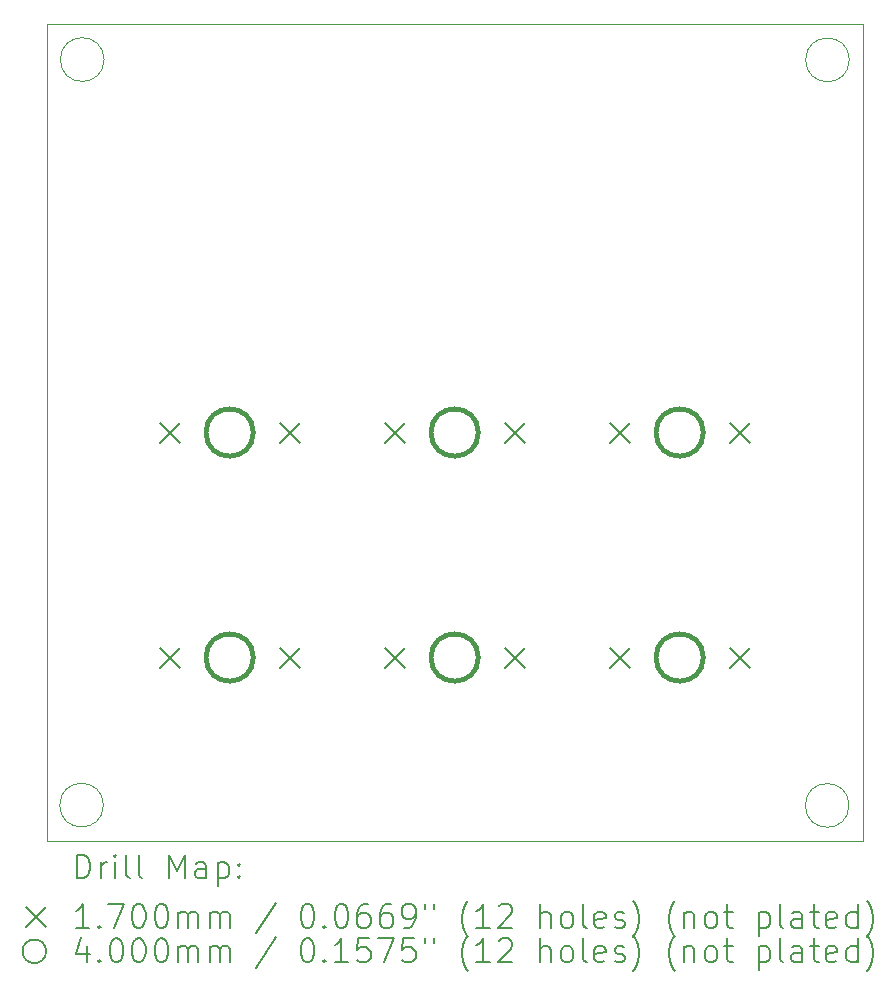
<source format=gbr>
%TF.GenerationSoftware,KiCad,Pcbnew,7.0.11*%
%TF.CreationDate,2024-02-27T10:57:54-05:00*%
%TF.ProjectId,MacropadPCB,4d616372-6f70-4616-9450-43422e6b6963,rev?*%
%TF.SameCoordinates,Original*%
%TF.FileFunction,Drillmap*%
%TF.FilePolarity,Positive*%
%FSLAX45Y45*%
G04 Gerber Fmt 4.5, Leading zero omitted, Abs format (unit mm)*
G04 Created by KiCad (PCBNEW 7.0.11) date 2024-02-27 10:57:54*
%MOMM*%
%LPD*%
G01*
G04 APERTURE LIST*
%ADD10C,0.100000*%
%ADD11C,0.200000*%
%ADD12C,0.170000*%
%ADD13C,0.400000*%
G04 APERTURE END LIST*
D10*
X7722500Y-4670000D02*
X14630000Y-4670000D01*
X14630000Y-11585000D01*
X7722500Y-11585000D01*
X7722500Y-4670000D01*
X14515000Y-11285000D02*
G75*
G03*
X14145000Y-11285000I-185000J0D01*
G01*
X14145000Y-11285000D02*
G75*
G03*
X14515000Y-11285000I185000J0D01*
G01*
X8207500Y-4970000D02*
G75*
G03*
X7837500Y-4970000I-185000J0D01*
G01*
X7837500Y-4970000D02*
G75*
G03*
X8207500Y-4970000I185000J0D01*
G01*
X8202500Y-11282500D02*
G75*
G03*
X7832500Y-11282500I-185000J0D01*
G01*
X7832500Y-11282500D02*
G75*
G03*
X8202500Y-11282500I185000J0D01*
G01*
X14517500Y-4972500D02*
G75*
G03*
X14147500Y-4972500I-185000J0D01*
G01*
X14147500Y-4972500D02*
G75*
G03*
X14517500Y-4972500I185000J0D01*
G01*
D11*
D12*
X8678000Y-8043000D02*
X8848000Y-8213000D01*
X8848000Y-8043000D02*
X8678000Y-8213000D01*
X8678000Y-9948000D02*
X8848000Y-10118000D01*
X8848000Y-9948000D02*
X8678000Y-10118000D01*
X9694000Y-8043000D02*
X9864000Y-8213000D01*
X9864000Y-8043000D02*
X9694000Y-8213000D01*
X9694000Y-9948000D02*
X9864000Y-10118000D01*
X9864000Y-9948000D02*
X9694000Y-10118000D01*
X10583000Y-8043000D02*
X10753000Y-8213000D01*
X10753000Y-8043000D02*
X10583000Y-8213000D01*
X10583000Y-9948000D02*
X10753000Y-10118000D01*
X10753000Y-9948000D02*
X10583000Y-10118000D01*
X11599000Y-8043000D02*
X11769000Y-8213000D01*
X11769000Y-8043000D02*
X11599000Y-8213000D01*
X11599000Y-9948000D02*
X11769000Y-10118000D01*
X11769000Y-9948000D02*
X11599000Y-10118000D01*
X12488000Y-8043000D02*
X12658000Y-8213000D01*
X12658000Y-8043000D02*
X12488000Y-8213000D01*
X12488000Y-9948000D02*
X12658000Y-10118000D01*
X12658000Y-9948000D02*
X12488000Y-10118000D01*
X13504000Y-8043000D02*
X13674000Y-8213000D01*
X13674000Y-8043000D02*
X13504000Y-8213000D01*
X13504000Y-9948000D02*
X13674000Y-10118000D01*
X13674000Y-9948000D02*
X13504000Y-10118000D01*
D13*
X9471000Y-8128000D02*
G75*
G03*
X9071000Y-8128000I-200000J0D01*
G01*
X9071000Y-8128000D02*
G75*
G03*
X9471000Y-8128000I200000J0D01*
G01*
X9471000Y-8128000D02*
G75*
G03*
X9071000Y-8128000I-200000J0D01*
G01*
X9071000Y-8128000D02*
G75*
G03*
X9471000Y-8128000I200000J0D01*
G01*
X9471000Y-10033000D02*
G75*
G03*
X9071000Y-10033000I-200000J0D01*
G01*
X9071000Y-10033000D02*
G75*
G03*
X9471000Y-10033000I200000J0D01*
G01*
X9471000Y-10033000D02*
G75*
G03*
X9071000Y-10033000I-200000J0D01*
G01*
X9071000Y-10033000D02*
G75*
G03*
X9471000Y-10033000I200000J0D01*
G01*
X11376000Y-8128000D02*
G75*
G03*
X10976000Y-8128000I-200000J0D01*
G01*
X10976000Y-8128000D02*
G75*
G03*
X11376000Y-8128000I200000J0D01*
G01*
X11376000Y-8128000D02*
G75*
G03*
X10976000Y-8128000I-200000J0D01*
G01*
X10976000Y-8128000D02*
G75*
G03*
X11376000Y-8128000I200000J0D01*
G01*
X11376000Y-10033000D02*
G75*
G03*
X10976000Y-10033000I-200000J0D01*
G01*
X10976000Y-10033000D02*
G75*
G03*
X11376000Y-10033000I200000J0D01*
G01*
X11376000Y-10033000D02*
G75*
G03*
X10976000Y-10033000I-200000J0D01*
G01*
X10976000Y-10033000D02*
G75*
G03*
X11376000Y-10033000I200000J0D01*
G01*
X13281000Y-8128000D02*
G75*
G03*
X12881000Y-8128000I-200000J0D01*
G01*
X12881000Y-8128000D02*
G75*
G03*
X13281000Y-8128000I200000J0D01*
G01*
X13281000Y-8128000D02*
G75*
G03*
X12881000Y-8128000I-200000J0D01*
G01*
X12881000Y-8128000D02*
G75*
G03*
X13281000Y-8128000I200000J0D01*
G01*
X13281000Y-10033000D02*
G75*
G03*
X12881000Y-10033000I-200000J0D01*
G01*
X12881000Y-10033000D02*
G75*
G03*
X13281000Y-10033000I200000J0D01*
G01*
X13281000Y-10033000D02*
G75*
G03*
X12881000Y-10033000I-200000J0D01*
G01*
X12881000Y-10033000D02*
G75*
G03*
X13281000Y-10033000I200000J0D01*
G01*
D11*
X7978277Y-11901484D02*
X7978277Y-11701484D01*
X7978277Y-11701484D02*
X8025896Y-11701484D01*
X8025896Y-11701484D02*
X8054467Y-11711008D01*
X8054467Y-11711008D02*
X8073515Y-11730055D01*
X8073515Y-11730055D02*
X8083039Y-11749103D01*
X8083039Y-11749103D02*
X8092562Y-11787198D01*
X8092562Y-11787198D02*
X8092562Y-11815769D01*
X8092562Y-11815769D02*
X8083039Y-11853865D01*
X8083039Y-11853865D02*
X8073515Y-11872912D01*
X8073515Y-11872912D02*
X8054467Y-11891960D01*
X8054467Y-11891960D02*
X8025896Y-11901484D01*
X8025896Y-11901484D02*
X7978277Y-11901484D01*
X8178277Y-11901484D02*
X8178277Y-11768150D01*
X8178277Y-11806246D02*
X8187801Y-11787198D01*
X8187801Y-11787198D02*
X8197324Y-11777674D01*
X8197324Y-11777674D02*
X8216372Y-11768150D01*
X8216372Y-11768150D02*
X8235420Y-11768150D01*
X8302086Y-11901484D02*
X8302086Y-11768150D01*
X8302086Y-11701484D02*
X8292562Y-11711008D01*
X8292562Y-11711008D02*
X8302086Y-11720531D01*
X8302086Y-11720531D02*
X8311610Y-11711008D01*
X8311610Y-11711008D02*
X8302086Y-11701484D01*
X8302086Y-11701484D02*
X8302086Y-11720531D01*
X8425896Y-11901484D02*
X8406848Y-11891960D01*
X8406848Y-11891960D02*
X8397324Y-11872912D01*
X8397324Y-11872912D02*
X8397324Y-11701484D01*
X8530658Y-11901484D02*
X8511610Y-11891960D01*
X8511610Y-11891960D02*
X8502086Y-11872912D01*
X8502086Y-11872912D02*
X8502086Y-11701484D01*
X8759229Y-11901484D02*
X8759229Y-11701484D01*
X8759229Y-11701484D02*
X8825896Y-11844341D01*
X8825896Y-11844341D02*
X8892563Y-11701484D01*
X8892563Y-11701484D02*
X8892563Y-11901484D01*
X9073515Y-11901484D02*
X9073515Y-11796722D01*
X9073515Y-11796722D02*
X9063991Y-11777674D01*
X9063991Y-11777674D02*
X9044944Y-11768150D01*
X9044944Y-11768150D02*
X9006848Y-11768150D01*
X9006848Y-11768150D02*
X8987801Y-11777674D01*
X9073515Y-11891960D02*
X9054467Y-11901484D01*
X9054467Y-11901484D02*
X9006848Y-11901484D01*
X9006848Y-11901484D02*
X8987801Y-11891960D01*
X8987801Y-11891960D02*
X8978277Y-11872912D01*
X8978277Y-11872912D02*
X8978277Y-11853865D01*
X8978277Y-11853865D02*
X8987801Y-11834817D01*
X8987801Y-11834817D02*
X9006848Y-11825293D01*
X9006848Y-11825293D02*
X9054467Y-11825293D01*
X9054467Y-11825293D02*
X9073515Y-11815769D01*
X9168753Y-11768150D02*
X9168753Y-11968150D01*
X9168753Y-11777674D02*
X9187801Y-11768150D01*
X9187801Y-11768150D02*
X9225896Y-11768150D01*
X9225896Y-11768150D02*
X9244944Y-11777674D01*
X9244944Y-11777674D02*
X9254467Y-11787198D01*
X9254467Y-11787198D02*
X9263991Y-11806246D01*
X9263991Y-11806246D02*
X9263991Y-11863388D01*
X9263991Y-11863388D02*
X9254467Y-11882436D01*
X9254467Y-11882436D02*
X9244944Y-11891960D01*
X9244944Y-11891960D02*
X9225896Y-11901484D01*
X9225896Y-11901484D02*
X9187801Y-11901484D01*
X9187801Y-11901484D02*
X9168753Y-11891960D01*
X9349705Y-11882436D02*
X9359229Y-11891960D01*
X9359229Y-11891960D02*
X9349705Y-11901484D01*
X9349705Y-11901484D02*
X9340182Y-11891960D01*
X9340182Y-11891960D02*
X9349705Y-11882436D01*
X9349705Y-11882436D02*
X9349705Y-11901484D01*
X9349705Y-11777674D02*
X9359229Y-11787198D01*
X9359229Y-11787198D02*
X9349705Y-11796722D01*
X9349705Y-11796722D02*
X9340182Y-11787198D01*
X9340182Y-11787198D02*
X9349705Y-11777674D01*
X9349705Y-11777674D02*
X9349705Y-11796722D01*
D12*
X7547500Y-12145000D02*
X7717500Y-12315000D01*
X7717500Y-12145000D02*
X7547500Y-12315000D01*
D11*
X8083039Y-12321484D02*
X7968753Y-12321484D01*
X8025896Y-12321484D02*
X8025896Y-12121484D01*
X8025896Y-12121484D02*
X8006848Y-12150055D01*
X8006848Y-12150055D02*
X7987801Y-12169103D01*
X7987801Y-12169103D02*
X7968753Y-12178627D01*
X8168753Y-12302436D02*
X8178277Y-12311960D01*
X8178277Y-12311960D02*
X8168753Y-12321484D01*
X8168753Y-12321484D02*
X8159229Y-12311960D01*
X8159229Y-12311960D02*
X8168753Y-12302436D01*
X8168753Y-12302436D02*
X8168753Y-12321484D01*
X8244943Y-12121484D02*
X8378277Y-12121484D01*
X8378277Y-12121484D02*
X8292562Y-12321484D01*
X8492563Y-12121484D02*
X8511610Y-12121484D01*
X8511610Y-12121484D02*
X8530658Y-12131008D01*
X8530658Y-12131008D02*
X8540182Y-12140531D01*
X8540182Y-12140531D02*
X8549705Y-12159579D01*
X8549705Y-12159579D02*
X8559229Y-12197674D01*
X8559229Y-12197674D02*
X8559229Y-12245293D01*
X8559229Y-12245293D02*
X8549705Y-12283388D01*
X8549705Y-12283388D02*
X8540182Y-12302436D01*
X8540182Y-12302436D02*
X8530658Y-12311960D01*
X8530658Y-12311960D02*
X8511610Y-12321484D01*
X8511610Y-12321484D02*
X8492563Y-12321484D01*
X8492563Y-12321484D02*
X8473515Y-12311960D01*
X8473515Y-12311960D02*
X8463991Y-12302436D01*
X8463991Y-12302436D02*
X8454467Y-12283388D01*
X8454467Y-12283388D02*
X8444944Y-12245293D01*
X8444944Y-12245293D02*
X8444944Y-12197674D01*
X8444944Y-12197674D02*
X8454467Y-12159579D01*
X8454467Y-12159579D02*
X8463991Y-12140531D01*
X8463991Y-12140531D02*
X8473515Y-12131008D01*
X8473515Y-12131008D02*
X8492563Y-12121484D01*
X8683039Y-12121484D02*
X8702086Y-12121484D01*
X8702086Y-12121484D02*
X8721134Y-12131008D01*
X8721134Y-12131008D02*
X8730658Y-12140531D01*
X8730658Y-12140531D02*
X8740182Y-12159579D01*
X8740182Y-12159579D02*
X8749705Y-12197674D01*
X8749705Y-12197674D02*
X8749705Y-12245293D01*
X8749705Y-12245293D02*
X8740182Y-12283388D01*
X8740182Y-12283388D02*
X8730658Y-12302436D01*
X8730658Y-12302436D02*
X8721134Y-12311960D01*
X8721134Y-12311960D02*
X8702086Y-12321484D01*
X8702086Y-12321484D02*
X8683039Y-12321484D01*
X8683039Y-12321484D02*
X8663991Y-12311960D01*
X8663991Y-12311960D02*
X8654467Y-12302436D01*
X8654467Y-12302436D02*
X8644944Y-12283388D01*
X8644944Y-12283388D02*
X8635420Y-12245293D01*
X8635420Y-12245293D02*
X8635420Y-12197674D01*
X8635420Y-12197674D02*
X8644944Y-12159579D01*
X8644944Y-12159579D02*
X8654467Y-12140531D01*
X8654467Y-12140531D02*
X8663991Y-12131008D01*
X8663991Y-12131008D02*
X8683039Y-12121484D01*
X8835420Y-12321484D02*
X8835420Y-12188150D01*
X8835420Y-12207198D02*
X8844944Y-12197674D01*
X8844944Y-12197674D02*
X8863991Y-12188150D01*
X8863991Y-12188150D02*
X8892563Y-12188150D01*
X8892563Y-12188150D02*
X8911610Y-12197674D01*
X8911610Y-12197674D02*
X8921134Y-12216722D01*
X8921134Y-12216722D02*
X8921134Y-12321484D01*
X8921134Y-12216722D02*
X8930658Y-12197674D01*
X8930658Y-12197674D02*
X8949705Y-12188150D01*
X8949705Y-12188150D02*
X8978277Y-12188150D01*
X8978277Y-12188150D02*
X8997325Y-12197674D01*
X8997325Y-12197674D02*
X9006848Y-12216722D01*
X9006848Y-12216722D02*
X9006848Y-12321484D01*
X9102086Y-12321484D02*
X9102086Y-12188150D01*
X9102086Y-12207198D02*
X9111610Y-12197674D01*
X9111610Y-12197674D02*
X9130658Y-12188150D01*
X9130658Y-12188150D02*
X9159229Y-12188150D01*
X9159229Y-12188150D02*
X9178277Y-12197674D01*
X9178277Y-12197674D02*
X9187801Y-12216722D01*
X9187801Y-12216722D02*
X9187801Y-12321484D01*
X9187801Y-12216722D02*
X9197325Y-12197674D01*
X9197325Y-12197674D02*
X9216372Y-12188150D01*
X9216372Y-12188150D02*
X9244944Y-12188150D01*
X9244944Y-12188150D02*
X9263991Y-12197674D01*
X9263991Y-12197674D02*
X9273515Y-12216722D01*
X9273515Y-12216722D02*
X9273515Y-12321484D01*
X9663991Y-12111960D02*
X9492563Y-12369103D01*
X9921134Y-12121484D02*
X9940182Y-12121484D01*
X9940182Y-12121484D02*
X9959229Y-12131008D01*
X9959229Y-12131008D02*
X9968753Y-12140531D01*
X9968753Y-12140531D02*
X9978277Y-12159579D01*
X9978277Y-12159579D02*
X9987801Y-12197674D01*
X9987801Y-12197674D02*
X9987801Y-12245293D01*
X9987801Y-12245293D02*
X9978277Y-12283388D01*
X9978277Y-12283388D02*
X9968753Y-12302436D01*
X9968753Y-12302436D02*
X9959229Y-12311960D01*
X9959229Y-12311960D02*
X9940182Y-12321484D01*
X9940182Y-12321484D02*
X9921134Y-12321484D01*
X9921134Y-12321484D02*
X9902087Y-12311960D01*
X9902087Y-12311960D02*
X9892563Y-12302436D01*
X9892563Y-12302436D02*
X9883039Y-12283388D01*
X9883039Y-12283388D02*
X9873515Y-12245293D01*
X9873515Y-12245293D02*
X9873515Y-12197674D01*
X9873515Y-12197674D02*
X9883039Y-12159579D01*
X9883039Y-12159579D02*
X9892563Y-12140531D01*
X9892563Y-12140531D02*
X9902087Y-12131008D01*
X9902087Y-12131008D02*
X9921134Y-12121484D01*
X10073515Y-12302436D02*
X10083039Y-12311960D01*
X10083039Y-12311960D02*
X10073515Y-12321484D01*
X10073515Y-12321484D02*
X10063991Y-12311960D01*
X10063991Y-12311960D02*
X10073515Y-12302436D01*
X10073515Y-12302436D02*
X10073515Y-12321484D01*
X10206848Y-12121484D02*
X10225896Y-12121484D01*
X10225896Y-12121484D02*
X10244944Y-12131008D01*
X10244944Y-12131008D02*
X10254468Y-12140531D01*
X10254468Y-12140531D02*
X10263991Y-12159579D01*
X10263991Y-12159579D02*
X10273515Y-12197674D01*
X10273515Y-12197674D02*
X10273515Y-12245293D01*
X10273515Y-12245293D02*
X10263991Y-12283388D01*
X10263991Y-12283388D02*
X10254468Y-12302436D01*
X10254468Y-12302436D02*
X10244944Y-12311960D01*
X10244944Y-12311960D02*
X10225896Y-12321484D01*
X10225896Y-12321484D02*
X10206848Y-12321484D01*
X10206848Y-12321484D02*
X10187801Y-12311960D01*
X10187801Y-12311960D02*
X10178277Y-12302436D01*
X10178277Y-12302436D02*
X10168753Y-12283388D01*
X10168753Y-12283388D02*
X10159229Y-12245293D01*
X10159229Y-12245293D02*
X10159229Y-12197674D01*
X10159229Y-12197674D02*
X10168753Y-12159579D01*
X10168753Y-12159579D02*
X10178277Y-12140531D01*
X10178277Y-12140531D02*
X10187801Y-12131008D01*
X10187801Y-12131008D02*
X10206848Y-12121484D01*
X10444944Y-12121484D02*
X10406848Y-12121484D01*
X10406848Y-12121484D02*
X10387801Y-12131008D01*
X10387801Y-12131008D02*
X10378277Y-12140531D01*
X10378277Y-12140531D02*
X10359229Y-12169103D01*
X10359229Y-12169103D02*
X10349706Y-12207198D01*
X10349706Y-12207198D02*
X10349706Y-12283388D01*
X10349706Y-12283388D02*
X10359229Y-12302436D01*
X10359229Y-12302436D02*
X10368753Y-12311960D01*
X10368753Y-12311960D02*
X10387801Y-12321484D01*
X10387801Y-12321484D02*
X10425896Y-12321484D01*
X10425896Y-12321484D02*
X10444944Y-12311960D01*
X10444944Y-12311960D02*
X10454468Y-12302436D01*
X10454468Y-12302436D02*
X10463991Y-12283388D01*
X10463991Y-12283388D02*
X10463991Y-12235769D01*
X10463991Y-12235769D02*
X10454468Y-12216722D01*
X10454468Y-12216722D02*
X10444944Y-12207198D01*
X10444944Y-12207198D02*
X10425896Y-12197674D01*
X10425896Y-12197674D02*
X10387801Y-12197674D01*
X10387801Y-12197674D02*
X10368753Y-12207198D01*
X10368753Y-12207198D02*
X10359229Y-12216722D01*
X10359229Y-12216722D02*
X10349706Y-12235769D01*
X10635420Y-12121484D02*
X10597325Y-12121484D01*
X10597325Y-12121484D02*
X10578277Y-12131008D01*
X10578277Y-12131008D02*
X10568753Y-12140531D01*
X10568753Y-12140531D02*
X10549706Y-12169103D01*
X10549706Y-12169103D02*
X10540182Y-12207198D01*
X10540182Y-12207198D02*
X10540182Y-12283388D01*
X10540182Y-12283388D02*
X10549706Y-12302436D01*
X10549706Y-12302436D02*
X10559229Y-12311960D01*
X10559229Y-12311960D02*
X10578277Y-12321484D01*
X10578277Y-12321484D02*
X10616372Y-12321484D01*
X10616372Y-12321484D02*
X10635420Y-12311960D01*
X10635420Y-12311960D02*
X10644944Y-12302436D01*
X10644944Y-12302436D02*
X10654468Y-12283388D01*
X10654468Y-12283388D02*
X10654468Y-12235769D01*
X10654468Y-12235769D02*
X10644944Y-12216722D01*
X10644944Y-12216722D02*
X10635420Y-12207198D01*
X10635420Y-12207198D02*
X10616372Y-12197674D01*
X10616372Y-12197674D02*
X10578277Y-12197674D01*
X10578277Y-12197674D02*
X10559229Y-12207198D01*
X10559229Y-12207198D02*
X10549706Y-12216722D01*
X10549706Y-12216722D02*
X10540182Y-12235769D01*
X10749706Y-12321484D02*
X10787801Y-12321484D01*
X10787801Y-12321484D02*
X10806849Y-12311960D01*
X10806849Y-12311960D02*
X10816372Y-12302436D01*
X10816372Y-12302436D02*
X10835420Y-12273865D01*
X10835420Y-12273865D02*
X10844944Y-12235769D01*
X10844944Y-12235769D02*
X10844944Y-12159579D01*
X10844944Y-12159579D02*
X10835420Y-12140531D01*
X10835420Y-12140531D02*
X10825896Y-12131008D01*
X10825896Y-12131008D02*
X10806849Y-12121484D01*
X10806849Y-12121484D02*
X10768753Y-12121484D01*
X10768753Y-12121484D02*
X10749706Y-12131008D01*
X10749706Y-12131008D02*
X10740182Y-12140531D01*
X10740182Y-12140531D02*
X10730658Y-12159579D01*
X10730658Y-12159579D02*
X10730658Y-12207198D01*
X10730658Y-12207198D02*
X10740182Y-12226246D01*
X10740182Y-12226246D02*
X10749706Y-12235769D01*
X10749706Y-12235769D02*
X10768753Y-12245293D01*
X10768753Y-12245293D02*
X10806849Y-12245293D01*
X10806849Y-12245293D02*
X10825896Y-12235769D01*
X10825896Y-12235769D02*
X10835420Y-12226246D01*
X10835420Y-12226246D02*
X10844944Y-12207198D01*
X10921134Y-12121484D02*
X10921134Y-12159579D01*
X10997325Y-12121484D02*
X10997325Y-12159579D01*
X11292563Y-12397674D02*
X11283039Y-12388150D01*
X11283039Y-12388150D02*
X11263991Y-12359579D01*
X11263991Y-12359579D02*
X11254468Y-12340531D01*
X11254468Y-12340531D02*
X11244944Y-12311960D01*
X11244944Y-12311960D02*
X11235420Y-12264341D01*
X11235420Y-12264341D02*
X11235420Y-12226246D01*
X11235420Y-12226246D02*
X11244944Y-12178627D01*
X11244944Y-12178627D02*
X11254468Y-12150055D01*
X11254468Y-12150055D02*
X11263991Y-12131008D01*
X11263991Y-12131008D02*
X11283039Y-12102436D01*
X11283039Y-12102436D02*
X11292563Y-12092912D01*
X11473515Y-12321484D02*
X11359229Y-12321484D01*
X11416372Y-12321484D02*
X11416372Y-12121484D01*
X11416372Y-12121484D02*
X11397325Y-12150055D01*
X11397325Y-12150055D02*
X11378277Y-12169103D01*
X11378277Y-12169103D02*
X11359229Y-12178627D01*
X11549706Y-12140531D02*
X11559229Y-12131008D01*
X11559229Y-12131008D02*
X11578277Y-12121484D01*
X11578277Y-12121484D02*
X11625896Y-12121484D01*
X11625896Y-12121484D02*
X11644944Y-12131008D01*
X11644944Y-12131008D02*
X11654468Y-12140531D01*
X11654468Y-12140531D02*
X11663991Y-12159579D01*
X11663991Y-12159579D02*
X11663991Y-12178627D01*
X11663991Y-12178627D02*
X11654468Y-12207198D01*
X11654468Y-12207198D02*
X11540182Y-12321484D01*
X11540182Y-12321484D02*
X11663991Y-12321484D01*
X11902087Y-12321484D02*
X11902087Y-12121484D01*
X11987801Y-12321484D02*
X11987801Y-12216722D01*
X11987801Y-12216722D02*
X11978277Y-12197674D01*
X11978277Y-12197674D02*
X11959230Y-12188150D01*
X11959230Y-12188150D02*
X11930658Y-12188150D01*
X11930658Y-12188150D02*
X11911610Y-12197674D01*
X11911610Y-12197674D02*
X11902087Y-12207198D01*
X12111610Y-12321484D02*
X12092563Y-12311960D01*
X12092563Y-12311960D02*
X12083039Y-12302436D01*
X12083039Y-12302436D02*
X12073515Y-12283388D01*
X12073515Y-12283388D02*
X12073515Y-12226246D01*
X12073515Y-12226246D02*
X12083039Y-12207198D01*
X12083039Y-12207198D02*
X12092563Y-12197674D01*
X12092563Y-12197674D02*
X12111610Y-12188150D01*
X12111610Y-12188150D02*
X12140182Y-12188150D01*
X12140182Y-12188150D02*
X12159230Y-12197674D01*
X12159230Y-12197674D02*
X12168753Y-12207198D01*
X12168753Y-12207198D02*
X12178277Y-12226246D01*
X12178277Y-12226246D02*
X12178277Y-12283388D01*
X12178277Y-12283388D02*
X12168753Y-12302436D01*
X12168753Y-12302436D02*
X12159230Y-12311960D01*
X12159230Y-12311960D02*
X12140182Y-12321484D01*
X12140182Y-12321484D02*
X12111610Y-12321484D01*
X12292563Y-12321484D02*
X12273515Y-12311960D01*
X12273515Y-12311960D02*
X12263991Y-12292912D01*
X12263991Y-12292912D02*
X12263991Y-12121484D01*
X12444944Y-12311960D02*
X12425896Y-12321484D01*
X12425896Y-12321484D02*
X12387801Y-12321484D01*
X12387801Y-12321484D02*
X12368753Y-12311960D01*
X12368753Y-12311960D02*
X12359230Y-12292912D01*
X12359230Y-12292912D02*
X12359230Y-12216722D01*
X12359230Y-12216722D02*
X12368753Y-12197674D01*
X12368753Y-12197674D02*
X12387801Y-12188150D01*
X12387801Y-12188150D02*
X12425896Y-12188150D01*
X12425896Y-12188150D02*
X12444944Y-12197674D01*
X12444944Y-12197674D02*
X12454468Y-12216722D01*
X12454468Y-12216722D02*
X12454468Y-12235769D01*
X12454468Y-12235769D02*
X12359230Y-12254817D01*
X12530658Y-12311960D02*
X12549706Y-12321484D01*
X12549706Y-12321484D02*
X12587801Y-12321484D01*
X12587801Y-12321484D02*
X12606849Y-12311960D01*
X12606849Y-12311960D02*
X12616372Y-12292912D01*
X12616372Y-12292912D02*
X12616372Y-12283388D01*
X12616372Y-12283388D02*
X12606849Y-12264341D01*
X12606849Y-12264341D02*
X12587801Y-12254817D01*
X12587801Y-12254817D02*
X12559230Y-12254817D01*
X12559230Y-12254817D02*
X12540182Y-12245293D01*
X12540182Y-12245293D02*
X12530658Y-12226246D01*
X12530658Y-12226246D02*
X12530658Y-12216722D01*
X12530658Y-12216722D02*
X12540182Y-12197674D01*
X12540182Y-12197674D02*
X12559230Y-12188150D01*
X12559230Y-12188150D02*
X12587801Y-12188150D01*
X12587801Y-12188150D02*
X12606849Y-12197674D01*
X12683039Y-12397674D02*
X12692563Y-12388150D01*
X12692563Y-12388150D02*
X12711611Y-12359579D01*
X12711611Y-12359579D02*
X12721134Y-12340531D01*
X12721134Y-12340531D02*
X12730658Y-12311960D01*
X12730658Y-12311960D02*
X12740182Y-12264341D01*
X12740182Y-12264341D02*
X12740182Y-12226246D01*
X12740182Y-12226246D02*
X12730658Y-12178627D01*
X12730658Y-12178627D02*
X12721134Y-12150055D01*
X12721134Y-12150055D02*
X12711611Y-12131008D01*
X12711611Y-12131008D02*
X12692563Y-12102436D01*
X12692563Y-12102436D02*
X12683039Y-12092912D01*
X13044944Y-12397674D02*
X13035420Y-12388150D01*
X13035420Y-12388150D02*
X13016372Y-12359579D01*
X13016372Y-12359579D02*
X13006849Y-12340531D01*
X13006849Y-12340531D02*
X12997325Y-12311960D01*
X12997325Y-12311960D02*
X12987801Y-12264341D01*
X12987801Y-12264341D02*
X12987801Y-12226246D01*
X12987801Y-12226246D02*
X12997325Y-12178627D01*
X12997325Y-12178627D02*
X13006849Y-12150055D01*
X13006849Y-12150055D02*
X13016372Y-12131008D01*
X13016372Y-12131008D02*
X13035420Y-12102436D01*
X13035420Y-12102436D02*
X13044944Y-12092912D01*
X13121134Y-12188150D02*
X13121134Y-12321484D01*
X13121134Y-12207198D02*
X13130658Y-12197674D01*
X13130658Y-12197674D02*
X13149706Y-12188150D01*
X13149706Y-12188150D02*
X13178277Y-12188150D01*
X13178277Y-12188150D02*
X13197325Y-12197674D01*
X13197325Y-12197674D02*
X13206849Y-12216722D01*
X13206849Y-12216722D02*
X13206849Y-12321484D01*
X13330658Y-12321484D02*
X13311611Y-12311960D01*
X13311611Y-12311960D02*
X13302087Y-12302436D01*
X13302087Y-12302436D02*
X13292563Y-12283388D01*
X13292563Y-12283388D02*
X13292563Y-12226246D01*
X13292563Y-12226246D02*
X13302087Y-12207198D01*
X13302087Y-12207198D02*
X13311611Y-12197674D01*
X13311611Y-12197674D02*
X13330658Y-12188150D01*
X13330658Y-12188150D02*
X13359230Y-12188150D01*
X13359230Y-12188150D02*
X13378277Y-12197674D01*
X13378277Y-12197674D02*
X13387801Y-12207198D01*
X13387801Y-12207198D02*
X13397325Y-12226246D01*
X13397325Y-12226246D02*
X13397325Y-12283388D01*
X13397325Y-12283388D02*
X13387801Y-12302436D01*
X13387801Y-12302436D02*
X13378277Y-12311960D01*
X13378277Y-12311960D02*
X13359230Y-12321484D01*
X13359230Y-12321484D02*
X13330658Y-12321484D01*
X13454468Y-12188150D02*
X13530658Y-12188150D01*
X13483039Y-12121484D02*
X13483039Y-12292912D01*
X13483039Y-12292912D02*
X13492563Y-12311960D01*
X13492563Y-12311960D02*
X13511611Y-12321484D01*
X13511611Y-12321484D02*
X13530658Y-12321484D01*
X13749706Y-12188150D02*
X13749706Y-12388150D01*
X13749706Y-12197674D02*
X13768753Y-12188150D01*
X13768753Y-12188150D02*
X13806849Y-12188150D01*
X13806849Y-12188150D02*
X13825896Y-12197674D01*
X13825896Y-12197674D02*
X13835420Y-12207198D01*
X13835420Y-12207198D02*
X13844944Y-12226246D01*
X13844944Y-12226246D02*
X13844944Y-12283388D01*
X13844944Y-12283388D02*
X13835420Y-12302436D01*
X13835420Y-12302436D02*
X13825896Y-12311960D01*
X13825896Y-12311960D02*
X13806849Y-12321484D01*
X13806849Y-12321484D02*
X13768753Y-12321484D01*
X13768753Y-12321484D02*
X13749706Y-12311960D01*
X13959230Y-12321484D02*
X13940182Y-12311960D01*
X13940182Y-12311960D02*
X13930658Y-12292912D01*
X13930658Y-12292912D02*
X13930658Y-12121484D01*
X14121134Y-12321484D02*
X14121134Y-12216722D01*
X14121134Y-12216722D02*
X14111611Y-12197674D01*
X14111611Y-12197674D02*
X14092563Y-12188150D01*
X14092563Y-12188150D02*
X14054468Y-12188150D01*
X14054468Y-12188150D02*
X14035420Y-12197674D01*
X14121134Y-12311960D02*
X14102087Y-12321484D01*
X14102087Y-12321484D02*
X14054468Y-12321484D01*
X14054468Y-12321484D02*
X14035420Y-12311960D01*
X14035420Y-12311960D02*
X14025896Y-12292912D01*
X14025896Y-12292912D02*
X14025896Y-12273865D01*
X14025896Y-12273865D02*
X14035420Y-12254817D01*
X14035420Y-12254817D02*
X14054468Y-12245293D01*
X14054468Y-12245293D02*
X14102087Y-12245293D01*
X14102087Y-12245293D02*
X14121134Y-12235769D01*
X14187801Y-12188150D02*
X14263992Y-12188150D01*
X14216373Y-12121484D02*
X14216373Y-12292912D01*
X14216373Y-12292912D02*
X14225896Y-12311960D01*
X14225896Y-12311960D02*
X14244944Y-12321484D01*
X14244944Y-12321484D02*
X14263992Y-12321484D01*
X14406849Y-12311960D02*
X14387801Y-12321484D01*
X14387801Y-12321484D02*
X14349706Y-12321484D01*
X14349706Y-12321484D02*
X14330658Y-12311960D01*
X14330658Y-12311960D02*
X14321134Y-12292912D01*
X14321134Y-12292912D02*
X14321134Y-12216722D01*
X14321134Y-12216722D02*
X14330658Y-12197674D01*
X14330658Y-12197674D02*
X14349706Y-12188150D01*
X14349706Y-12188150D02*
X14387801Y-12188150D01*
X14387801Y-12188150D02*
X14406849Y-12197674D01*
X14406849Y-12197674D02*
X14416373Y-12216722D01*
X14416373Y-12216722D02*
X14416373Y-12235769D01*
X14416373Y-12235769D02*
X14321134Y-12254817D01*
X14587801Y-12321484D02*
X14587801Y-12121484D01*
X14587801Y-12311960D02*
X14568754Y-12321484D01*
X14568754Y-12321484D02*
X14530658Y-12321484D01*
X14530658Y-12321484D02*
X14511611Y-12311960D01*
X14511611Y-12311960D02*
X14502087Y-12302436D01*
X14502087Y-12302436D02*
X14492563Y-12283388D01*
X14492563Y-12283388D02*
X14492563Y-12226246D01*
X14492563Y-12226246D02*
X14502087Y-12207198D01*
X14502087Y-12207198D02*
X14511611Y-12197674D01*
X14511611Y-12197674D02*
X14530658Y-12188150D01*
X14530658Y-12188150D02*
X14568754Y-12188150D01*
X14568754Y-12188150D02*
X14587801Y-12197674D01*
X14663992Y-12397674D02*
X14673515Y-12388150D01*
X14673515Y-12388150D02*
X14692563Y-12359579D01*
X14692563Y-12359579D02*
X14702087Y-12340531D01*
X14702087Y-12340531D02*
X14711611Y-12311960D01*
X14711611Y-12311960D02*
X14721134Y-12264341D01*
X14721134Y-12264341D02*
X14721134Y-12226246D01*
X14721134Y-12226246D02*
X14711611Y-12178627D01*
X14711611Y-12178627D02*
X14702087Y-12150055D01*
X14702087Y-12150055D02*
X14692563Y-12131008D01*
X14692563Y-12131008D02*
X14673515Y-12102436D01*
X14673515Y-12102436D02*
X14663992Y-12092912D01*
X7717500Y-12520000D02*
G75*
G03*
X7517500Y-12520000I-100000J0D01*
G01*
X7517500Y-12520000D02*
G75*
G03*
X7717500Y-12520000I100000J0D01*
G01*
X8063991Y-12478150D02*
X8063991Y-12611484D01*
X8016372Y-12401960D02*
X7968753Y-12544817D01*
X7968753Y-12544817D02*
X8092562Y-12544817D01*
X8168753Y-12592436D02*
X8178277Y-12601960D01*
X8178277Y-12601960D02*
X8168753Y-12611484D01*
X8168753Y-12611484D02*
X8159229Y-12601960D01*
X8159229Y-12601960D02*
X8168753Y-12592436D01*
X8168753Y-12592436D02*
X8168753Y-12611484D01*
X8302086Y-12411484D02*
X8321134Y-12411484D01*
X8321134Y-12411484D02*
X8340182Y-12421008D01*
X8340182Y-12421008D02*
X8349705Y-12430531D01*
X8349705Y-12430531D02*
X8359229Y-12449579D01*
X8359229Y-12449579D02*
X8368753Y-12487674D01*
X8368753Y-12487674D02*
X8368753Y-12535293D01*
X8368753Y-12535293D02*
X8359229Y-12573388D01*
X8359229Y-12573388D02*
X8349705Y-12592436D01*
X8349705Y-12592436D02*
X8340182Y-12601960D01*
X8340182Y-12601960D02*
X8321134Y-12611484D01*
X8321134Y-12611484D02*
X8302086Y-12611484D01*
X8302086Y-12611484D02*
X8283039Y-12601960D01*
X8283039Y-12601960D02*
X8273515Y-12592436D01*
X8273515Y-12592436D02*
X8263991Y-12573388D01*
X8263991Y-12573388D02*
X8254467Y-12535293D01*
X8254467Y-12535293D02*
X8254467Y-12487674D01*
X8254467Y-12487674D02*
X8263991Y-12449579D01*
X8263991Y-12449579D02*
X8273515Y-12430531D01*
X8273515Y-12430531D02*
X8283039Y-12421008D01*
X8283039Y-12421008D02*
X8302086Y-12411484D01*
X8492563Y-12411484D02*
X8511610Y-12411484D01*
X8511610Y-12411484D02*
X8530658Y-12421008D01*
X8530658Y-12421008D02*
X8540182Y-12430531D01*
X8540182Y-12430531D02*
X8549705Y-12449579D01*
X8549705Y-12449579D02*
X8559229Y-12487674D01*
X8559229Y-12487674D02*
X8559229Y-12535293D01*
X8559229Y-12535293D02*
X8549705Y-12573388D01*
X8549705Y-12573388D02*
X8540182Y-12592436D01*
X8540182Y-12592436D02*
X8530658Y-12601960D01*
X8530658Y-12601960D02*
X8511610Y-12611484D01*
X8511610Y-12611484D02*
X8492563Y-12611484D01*
X8492563Y-12611484D02*
X8473515Y-12601960D01*
X8473515Y-12601960D02*
X8463991Y-12592436D01*
X8463991Y-12592436D02*
X8454467Y-12573388D01*
X8454467Y-12573388D02*
X8444944Y-12535293D01*
X8444944Y-12535293D02*
X8444944Y-12487674D01*
X8444944Y-12487674D02*
X8454467Y-12449579D01*
X8454467Y-12449579D02*
X8463991Y-12430531D01*
X8463991Y-12430531D02*
X8473515Y-12421008D01*
X8473515Y-12421008D02*
X8492563Y-12411484D01*
X8683039Y-12411484D02*
X8702086Y-12411484D01*
X8702086Y-12411484D02*
X8721134Y-12421008D01*
X8721134Y-12421008D02*
X8730658Y-12430531D01*
X8730658Y-12430531D02*
X8740182Y-12449579D01*
X8740182Y-12449579D02*
X8749705Y-12487674D01*
X8749705Y-12487674D02*
X8749705Y-12535293D01*
X8749705Y-12535293D02*
X8740182Y-12573388D01*
X8740182Y-12573388D02*
X8730658Y-12592436D01*
X8730658Y-12592436D02*
X8721134Y-12601960D01*
X8721134Y-12601960D02*
X8702086Y-12611484D01*
X8702086Y-12611484D02*
X8683039Y-12611484D01*
X8683039Y-12611484D02*
X8663991Y-12601960D01*
X8663991Y-12601960D02*
X8654467Y-12592436D01*
X8654467Y-12592436D02*
X8644944Y-12573388D01*
X8644944Y-12573388D02*
X8635420Y-12535293D01*
X8635420Y-12535293D02*
X8635420Y-12487674D01*
X8635420Y-12487674D02*
X8644944Y-12449579D01*
X8644944Y-12449579D02*
X8654467Y-12430531D01*
X8654467Y-12430531D02*
X8663991Y-12421008D01*
X8663991Y-12421008D02*
X8683039Y-12411484D01*
X8835420Y-12611484D02*
X8835420Y-12478150D01*
X8835420Y-12497198D02*
X8844944Y-12487674D01*
X8844944Y-12487674D02*
X8863991Y-12478150D01*
X8863991Y-12478150D02*
X8892563Y-12478150D01*
X8892563Y-12478150D02*
X8911610Y-12487674D01*
X8911610Y-12487674D02*
X8921134Y-12506722D01*
X8921134Y-12506722D02*
X8921134Y-12611484D01*
X8921134Y-12506722D02*
X8930658Y-12487674D01*
X8930658Y-12487674D02*
X8949705Y-12478150D01*
X8949705Y-12478150D02*
X8978277Y-12478150D01*
X8978277Y-12478150D02*
X8997325Y-12487674D01*
X8997325Y-12487674D02*
X9006848Y-12506722D01*
X9006848Y-12506722D02*
X9006848Y-12611484D01*
X9102086Y-12611484D02*
X9102086Y-12478150D01*
X9102086Y-12497198D02*
X9111610Y-12487674D01*
X9111610Y-12487674D02*
X9130658Y-12478150D01*
X9130658Y-12478150D02*
X9159229Y-12478150D01*
X9159229Y-12478150D02*
X9178277Y-12487674D01*
X9178277Y-12487674D02*
X9187801Y-12506722D01*
X9187801Y-12506722D02*
X9187801Y-12611484D01*
X9187801Y-12506722D02*
X9197325Y-12487674D01*
X9197325Y-12487674D02*
X9216372Y-12478150D01*
X9216372Y-12478150D02*
X9244944Y-12478150D01*
X9244944Y-12478150D02*
X9263991Y-12487674D01*
X9263991Y-12487674D02*
X9273515Y-12506722D01*
X9273515Y-12506722D02*
X9273515Y-12611484D01*
X9663991Y-12401960D02*
X9492563Y-12659103D01*
X9921134Y-12411484D02*
X9940182Y-12411484D01*
X9940182Y-12411484D02*
X9959229Y-12421008D01*
X9959229Y-12421008D02*
X9968753Y-12430531D01*
X9968753Y-12430531D02*
X9978277Y-12449579D01*
X9978277Y-12449579D02*
X9987801Y-12487674D01*
X9987801Y-12487674D02*
X9987801Y-12535293D01*
X9987801Y-12535293D02*
X9978277Y-12573388D01*
X9978277Y-12573388D02*
X9968753Y-12592436D01*
X9968753Y-12592436D02*
X9959229Y-12601960D01*
X9959229Y-12601960D02*
X9940182Y-12611484D01*
X9940182Y-12611484D02*
X9921134Y-12611484D01*
X9921134Y-12611484D02*
X9902087Y-12601960D01*
X9902087Y-12601960D02*
X9892563Y-12592436D01*
X9892563Y-12592436D02*
X9883039Y-12573388D01*
X9883039Y-12573388D02*
X9873515Y-12535293D01*
X9873515Y-12535293D02*
X9873515Y-12487674D01*
X9873515Y-12487674D02*
X9883039Y-12449579D01*
X9883039Y-12449579D02*
X9892563Y-12430531D01*
X9892563Y-12430531D02*
X9902087Y-12421008D01*
X9902087Y-12421008D02*
X9921134Y-12411484D01*
X10073515Y-12592436D02*
X10083039Y-12601960D01*
X10083039Y-12601960D02*
X10073515Y-12611484D01*
X10073515Y-12611484D02*
X10063991Y-12601960D01*
X10063991Y-12601960D02*
X10073515Y-12592436D01*
X10073515Y-12592436D02*
X10073515Y-12611484D01*
X10273515Y-12611484D02*
X10159229Y-12611484D01*
X10216372Y-12611484D02*
X10216372Y-12411484D01*
X10216372Y-12411484D02*
X10197325Y-12440055D01*
X10197325Y-12440055D02*
X10178277Y-12459103D01*
X10178277Y-12459103D02*
X10159229Y-12468627D01*
X10454468Y-12411484D02*
X10359229Y-12411484D01*
X10359229Y-12411484D02*
X10349706Y-12506722D01*
X10349706Y-12506722D02*
X10359229Y-12497198D01*
X10359229Y-12497198D02*
X10378277Y-12487674D01*
X10378277Y-12487674D02*
X10425896Y-12487674D01*
X10425896Y-12487674D02*
X10444944Y-12497198D01*
X10444944Y-12497198D02*
X10454468Y-12506722D01*
X10454468Y-12506722D02*
X10463991Y-12525769D01*
X10463991Y-12525769D02*
X10463991Y-12573388D01*
X10463991Y-12573388D02*
X10454468Y-12592436D01*
X10454468Y-12592436D02*
X10444944Y-12601960D01*
X10444944Y-12601960D02*
X10425896Y-12611484D01*
X10425896Y-12611484D02*
X10378277Y-12611484D01*
X10378277Y-12611484D02*
X10359229Y-12601960D01*
X10359229Y-12601960D02*
X10349706Y-12592436D01*
X10530658Y-12411484D02*
X10663991Y-12411484D01*
X10663991Y-12411484D02*
X10578277Y-12611484D01*
X10835420Y-12411484D02*
X10740182Y-12411484D01*
X10740182Y-12411484D02*
X10730658Y-12506722D01*
X10730658Y-12506722D02*
X10740182Y-12497198D01*
X10740182Y-12497198D02*
X10759229Y-12487674D01*
X10759229Y-12487674D02*
X10806849Y-12487674D01*
X10806849Y-12487674D02*
X10825896Y-12497198D01*
X10825896Y-12497198D02*
X10835420Y-12506722D01*
X10835420Y-12506722D02*
X10844944Y-12525769D01*
X10844944Y-12525769D02*
X10844944Y-12573388D01*
X10844944Y-12573388D02*
X10835420Y-12592436D01*
X10835420Y-12592436D02*
X10825896Y-12601960D01*
X10825896Y-12601960D02*
X10806849Y-12611484D01*
X10806849Y-12611484D02*
X10759229Y-12611484D01*
X10759229Y-12611484D02*
X10740182Y-12601960D01*
X10740182Y-12601960D02*
X10730658Y-12592436D01*
X10921134Y-12411484D02*
X10921134Y-12449579D01*
X10997325Y-12411484D02*
X10997325Y-12449579D01*
X11292563Y-12687674D02*
X11283039Y-12678150D01*
X11283039Y-12678150D02*
X11263991Y-12649579D01*
X11263991Y-12649579D02*
X11254468Y-12630531D01*
X11254468Y-12630531D02*
X11244944Y-12601960D01*
X11244944Y-12601960D02*
X11235420Y-12554341D01*
X11235420Y-12554341D02*
X11235420Y-12516246D01*
X11235420Y-12516246D02*
X11244944Y-12468627D01*
X11244944Y-12468627D02*
X11254468Y-12440055D01*
X11254468Y-12440055D02*
X11263991Y-12421008D01*
X11263991Y-12421008D02*
X11283039Y-12392436D01*
X11283039Y-12392436D02*
X11292563Y-12382912D01*
X11473515Y-12611484D02*
X11359229Y-12611484D01*
X11416372Y-12611484D02*
X11416372Y-12411484D01*
X11416372Y-12411484D02*
X11397325Y-12440055D01*
X11397325Y-12440055D02*
X11378277Y-12459103D01*
X11378277Y-12459103D02*
X11359229Y-12468627D01*
X11549706Y-12430531D02*
X11559229Y-12421008D01*
X11559229Y-12421008D02*
X11578277Y-12411484D01*
X11578277Y-12411484D02*
X11625896Y-12411484D01*
X11625896Y-12411484D02*
X11644944Y-12421008D01*
X11644944Y-12421008D02*
X11654468Y-12430531D01*
X11654468Y-12430531D02*
X11663991Y-12449579D01*
X11663991Y-12449579D02*
X11663991Y-12468627D01*
X11663991Y-12468627D02*
X11654468Y-12497198D01*
X11654468Y-12497198D02*
X11540182Y-12611484D01*
X11540182Y-12611484D02*
X11663991Y-12611484D01*
X11902087Y-12611484D02*
X11902087Y-12411484D01*
X11987801Y-12611484D02*
X11987801Y-12506722D01*
X11987801Y-12506722D02*
X11978277Y-12487674D01*
X11978277Y-12487674D02*
X11959230Y-12478150D01*
X11959230Y-12478150D02*
X11930658Y-12478150D01*
X11930658Y-12478150D02*
X11911610Y-12487674D01*
X11911610Y-12487674D02*
X11902087Y-12497198D01*
X12111610Y-12611484D02*
X12092563Y-12601960D01*
X12092563Y-12601960D02*
X12083039Y-12592436D01*
X12083039Y-12592436D02*
X12073515Y-12573388D01*
X12073515Y-12573388D02*
X12073515Y-12516246D01*
X12073515Y-12516246D02*
X12083039Y-12497198D01*
X12083039Y-12497198D02*
X12092563Y-12487674D01*
X12092563Y-12487674D02*
X12111610Y-12478150D01*
X12111610Y-12478150D02*
X12140182Y-12478150D01*
X12140182Y-12478150D02*
X12159230Y-12487674D01*
X12159230Y-12487674D02*
X12168753Y-12497198D01*
X12168753Y-12497198D02*
X12178277Y-12516246D01*
X12178277Y-12516246D02*
X12178277Y-12573388D01*
X12178277Y-12573388D02*
X12168753Y-12592436D01*
X12168753Y-12592436D02*
X12159230Y-12601960D01*
X12159230Y-12601960D02*
X12140182Y-12611484D01*
X12140182Y-12611484D02*
X12111610Y-12611484D01*
X12292563Y-12611484D02*
X12273515Y-12601960D01*
X12273515Y-12601960D02*
X12263991Y-12582912D01*
X12263991Y-12582912D02*
X12263991Y-12411484D01*
X12444944Y-12601960D02*
X12425896Y-12611484D01*
X12425896Y-12611484D02*
X12387801Y-12611484D01*
X12387801Y-12611484D02*
X12368753Y-12601960D01*
X12368753Y-12601960D02*
X12359230Y-12582912D01*
X12359230Y-12582912D02*
X12359230Y-12506722D01*
X12359230Y-12506722D02*
X12368753Y-12487674D01*
X12368753Y-12487674D02*
X12387801Y-12478150D01*
X12387801Y-12478150D02*
X12425896Y-12478150D01*
X12425896Y-12478150D02*
X12444944Y-12487674D01*
X12444944Y-12487674D02*
X12454468Y-12506722D01*
X12454468Y-12506722D02*
X12454468Y-12525769D01*
X12454468Y-12525769D02*
X12359230Y-12544817D01*
X12530658Y-12601960D02*
X12549706Y-12611484D01*
X12549706Y-12611484D02*
X12587801Y-12611484D01*
X12587801Y-12611484D02*
X12606849Y-12601960D01*
X12606849Y-12601960D02*
X12616372Y-12582912D01*
X12616372Y-12582912D02*
X12616372Y-12573388D01*
X12616372Y-12573388D02*
X12606849Y-12554341D01*
X12606849Y-12554341D02*
X12587801Y-12544817D01*
X12587801Y-12544817D02*
X12559230Y-12544817D01*
X12559230Y-12544817D02*
X12540182Y-12535293D01*
X12540182Y-12535293D02*
X12530658Y-12516246D01*
X12530658Y-12516246D02*
X12530658Y-12506722D01*
X12530658Y-12506722D02*
X12540182Y-12487674D01*
X12540182Y-12487674D02*
X12559230Y-12478150D01*
X12559230Y-12478150D02*
X12587801Y-12478150D01*
X12587801Y-12478150D02*
X12606849Y-12487674D01*
X12683039Y-12687674D02*
X12692563Y-12678150D01*
X12692563Y-12678150D02*
X12711611Y-12649579D01*
X12711611Y-12649579D02*
X12721134Y-12630531D01*
X12721134Y-12630531D02*
X12730658Y-12601960D01*
X12730658Y-12601960D02*
X12740182Y-12554341D01*
X12740182Y-12554341D02*
X12740182Y-12516246D01*
X12740182Y-12516246D02*
X12730658Y-12468627D01*
X12730658Y-12468627D02*
X12721134Y-12440055D01*
X12721134Y-12440055D02*
X12711611Y-12421008D01*
X12711611Y-12421008D02*
X12692563Y-12392436D01*
X12692563Y-12392436D02*
X12683039Y-12382912D01*
X13044944Y-12687674D02*
X13035420Y-12678150D01*
X13035420Y-12678150D02*
X13016372Y-12649579D01*
X13016372Y-12649579D02*
X13006849Y-12630531D01*
X13006849Y-12630531D02*
X12997325Y-12601960D01*
X12997325Y-12601960D02*
X12987801Y-12554341D01*
X12987801Y-12554341D02*
X12987801Y-12516246D01*
X12987801Y-12516246D02*
X12997325Y-12468627D01*
X12997325Y-12468627D02*
X13006849Y-12440055D01*
X13006849Y-12440055D02*
X13016372Y-12421008D01*
X13016372Y-12421008D02*
X13035420Y-12392436D01*
X13035420Y-12392436D02*
X13044944Y-12382912D01*
X13121134Y-12478150D02*
X13121134Y-12611484D01*
X13121134Y-12497198D02*
X13130658Y-12487674D01*
X13130658Y-12487674D02*
X13149706Y-12478150D01*
X13149706Y-12478150D02*
X13178277Y-12478150D01*
X13178277Y-12478150D02*
X13197325Y-12487674D01*
X13197325Y-12487674D02*
X13206849Y-12506722D01*
X13206849Y-12506722D02*
X13206849Y-12611484D01*
X13330658Y-12611484D02*
X13311611Y-12601960D01*
X13311611Y-12601960D02*
X13302087Y-12592436D01*
X13302087Y-12592436D02*
X13292563Y-12573388D01*
X13292563Y-12573388D02*
X13292563Y-12516246D01*
X13292563Y-12516246D02*
X13302087Y-12497198D01*
X13302087Y-12497198D02*
X13311611Y-12487674D01*
X13311611Y-12487674D02*
X13330658Y-12478150D01*
X13330658Y-12478150D02*
X13359230Y-12478150D01*
X13359230Y-12478150D02*
X13378277Y-12487674D01*
X13378277Y-12487674D02*
X13387801Y-12497198D01*
X13387801Y-12497198D02*
X13397325Y-12516246D01*
X13397325Y-12516246D02*
X13397325Y-12573388D01*
X13397325Y-12573388D02*
X13387801Y-12592436D01*
X13387801Y-12592436D02*
X13378277Y-12601960D01*
X13378277Y-12601960D02*
X13359230Y-12611484D01*
X13359230Y-12611484D02*
X13330658Y-12611484D01*
X13454468Y-12478150D02*
X13530658Y-12478150D01*
X13483039Y-12411484D02*
X13483039Y-12582912D01*
X13483039Y-12582912D02*
X13492563Y-12601960D01*
X13492563Y-12601960D02*
X13511611Y-12611484D01*
X13511611Y-12611484D02*
X13530658Y-12611484D01*
X13749706Y-12478150D02*
X13749706Y-12678150D01*
X13749706Y-12487674D02*
X13768753Y-12478150D01*
X13768753Y-12478150D02*
X13806849Y-12478150D01*
X13806849Y-12478150D02*
X13825896Y-12487674D01*
X13825896Y-12487674D02*
X13835420Y-12497198D01*
X13835420Y-12497198D02*
X13844944Y-12516246D01*
X13844944Y-12516246D02*
X13844944Y-12573388D01*
X13844944Y-12573388D02*
X13835420Y-12592436D01*
X13835420Y-12592436D02*
X13825896Y-12601960D01*
X13825896Y-12601960D02*
X13806849Y-12611484D01*
X13806849Y-12611484D02*
X13768753Y-12611484D01*
X13768753Y-12611484D02*
X13749706Y-12601960D01*
X13959230Y-12611484D02*
X13940182Y-12601960D01*
X13940182Y-12601960D02*
X13930658Y-12582912D01*
X13930658Y-12582912D02*
X13930658Y-12411484D01*
X14121134Y-12611484D02*
X14121134Y-12506722D01*
X14121134Y-12506722D02*
X14111611Y-12487674D01*
X14111611Y-12487674D02*
X14092563Y-12478150D01*
X14092563Y-12478150D02*
X14054468Y-12478150D01*
X14054468Y-12478150D02*
X14035420Y-12487674D01*
X14121134Y-12601960D02*
X14102087Y-12611484D01*
X14102087Y-12611484D02*
X14054468Y-12611484D01*
X14054468Y-12611484D02*
X14035420Y-12601960D01*
X14035420Y-12601960D02*
X14025896Y-12582912D01*
X14025896Y-12582912D02*
X14025896Y-12563865D01*
X14025896Y-12563865D02*
X14035420Y-12544817D01*
X14035420Y-12544817D02*
X14054468Y-12535293D01*
X14054468Y-12535293D02*
X14102087Y-12535293D01*
X14102087Y-12535293D02*
X14121134Y-12525769D01*
X14187801Y-12478150D02*
X14263992Y-12478150D01*
X14216373Y-12411484D02*
X14216373Y-12582912D01*
X14216373Y-12582912D02*
X14225896Y-12601960D01*
X14225896Y-12601960D02*
X14244944Y-12611484D01*
X14244944Y-12611484D02*
X14263992Y-12611484D01*
X14406849Y-12601960D02*
X14387801Y-12611484D01*
X14387801Y-12611484D02*
X14349706Y-12611484D01*
X14349706Y-12611484D02*
X14330658Y-12601960D01*
X14330658Y-12601960D02*
X14321134Y-12582912D01*
X14321134Y-12582912D02*
X14321134Y-12506722D01*
X14321134Y-12506722D02*
X14330658Y-12487674D01*
X14330658Y-12487674D02*
X14349706Y-12478150D01*
X14349706Y-12478150D02*
X14387801Y-12478150D01*
X14387801Y-12478150D02*
X14406849Y-12487674D01*
X14406849Y-12487674D02*
X14416373Y-12506722D01*
X14416373Y-12506722D02*
X14416373Y-12525769D01*
X14416373Y-12525769D02*
X14321134Y-12544817D01*
X14587801Y-12611484D02*
X14587801Y-12411484D01*
X14587801Y-12601960D02*
X14568754Y-12611484D01*
X14568754Y-12611484D02*
X14530658Y-12611484D01*
X14530658Y-12611484D02*
X14511611Y-12601960D01*
X14511611Y-12601960D02*
X14502087Y-12592436D01*
X14502087Y-12592436D02*
X14492563Y-12573388D01*
X14492563Y-12573388D02*
X14492563Y-12516246D01*
X14492563Y-12516246D02*
X14502087Y-12497198D01*
X14502087Y-12497198D02*
X14511611Y-12487674D01*
X14511611Y-12487674D02*
X14530658Y-12478150D01*
X14530658Y-12478150D02*
X14568754Y-12478150D01*
X14568754Y-12478150D02*
X14587801Y-12487674D01*
X14663992Y-12687674D02*
X14673515Y-12678150D01*
X14673515Y-12678150D02*
X14692563Y-12649579D01*
X14692563Y-12649579D02*
X14702087Y-12630531D01*
X14702087Y-12630531D02*
X14711611Y-12601960D01*
X14711611Y-12601960D02*
X14721134Y-12554341D01*
X14721134Y-12554341D02*
X14721134Y-12516246D01*
X14721134Y-12516246D02*
X14711611Y-12468627D01*
X14711611Y-12468627D02*
X14702087Y-12440055D01*
X14702087Y-12440055D02*
X14692563Y-12421008D01*
X14692563Y-12421008D02*
X14673515Y-12392436D01*
X14673515Y-12392436D02*
X14663992Y-12382912D01*
M02*

</source>
